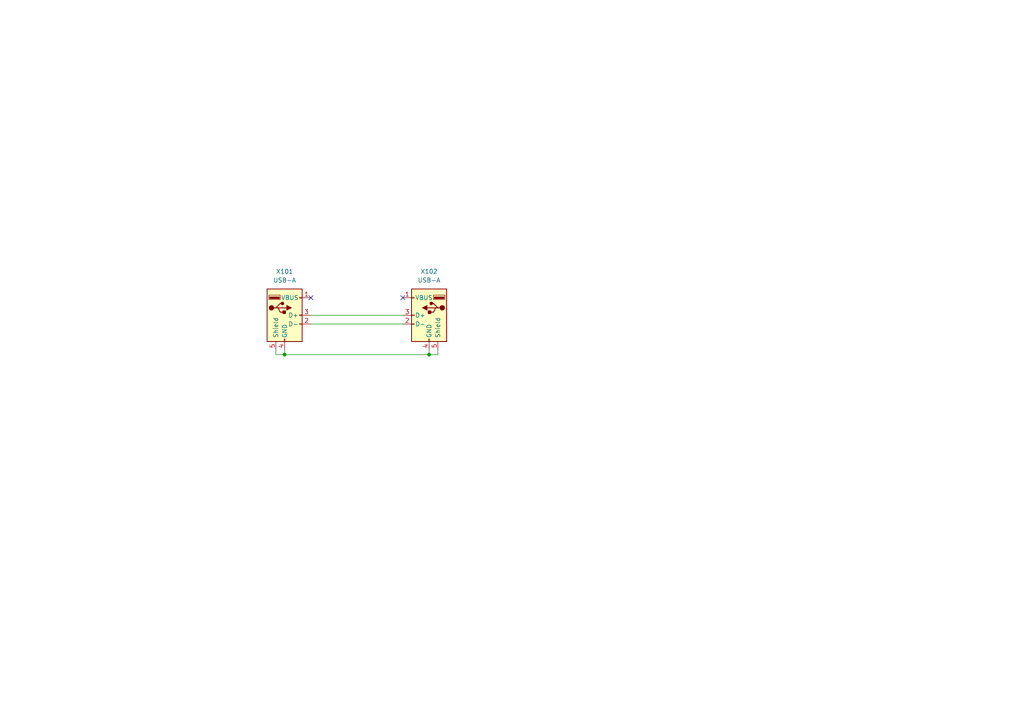
<source format=kicad_sch>
(kicad_sch (version 20231120) (generator "eeschema") (generator_version "8.0")
  (paper "A4")
  (title_block (title "USB-ADapter") (date "2024-03-24") (rev "1") (company "Kampis-Elektroecke") (comment 4 "Author: Ing. Daniel Kampert"))
  (lib_symbols
    (symbol "Connector:USB_A" (pin_names (offset 1.016))
      (property "Reference" "J" (at -5.08 11.43 0))
      (property "Value" "USB_A" (at -5.08 8.89 0))
      (symbol "USB_A_0_1"
        (rectangle (start -5.08 -7.62) (end 5.08 7.62) (stroke (width 0.254)) (fill (type background)))
        (circle (center -3.81 2.159) (radius 0.635) (stroke (width 0.254)) (fill (type outline)))
        (rectangle (start -1.524 4.826) (end -4.318 5.334) (fill (type outline)))
        (rectangle (start -1.27 4.572) (end -4.572 5.842))
        (circle (center -0.635 3.429) (radius 0.381) (stroke (width 0.254)) (fill (type outline)))
        (rectangle (start -0.127 -7.62) (end 0.127 -6.858))
        (polyline (pts (xy -3.175 2.159) (xy -2.54 2.159) (xy -1.27 3.429) (xy -0.635 3.429)) (stroke (width 0.254)))
        (polyline (pts (xy -2.54 2.159) (xy -1.905 2.159) (xy -1.27 0.889) (xy 0 0.889)) (stroke (width 0.254)))
        (polyline (pts (xy 0.635 2.794) (xy 0.635 1.524) (xy 1.905 2.159) (xy 0.635 2.794)) (stroke (width 0.254)) (fill (type outline)))
        (rectangle (start 0.254 1.27) (end -0.508 0.508) (stroke (width 0.254)) (fill (type outline)))
        (rectangle (start 5.08 -2.667) (end 4.318 -2.413))
        (rectangle (start 5.08 -0.127) (end 4.318 0.127))
        (rectangle (start 5.08 4.953) (end 4.318 5.207))
      )
      (symbol "USB_A_1_1"
        (polyline (pts (xy -1.905 2.159) (xy 0.635 2.159)) (stroke (width 0.254)))
        (pin power_in line (at 7.62 5.08 180) (length 2.54) (name "VBUS") (number "1"))
        (pin bidirectional line (at 7.62 -2.54 180) (length 2.54) (name "D-") (number "2"))
        (pin bidirectional line (at 7.62 0 180) (length 2.54) (name "D+") (number "3"))
        (pin power_in line (at 0 -10.16 90) (length 2.54) (name "GND") (number "4"))
        (pin passive line (at -2.54 -10.16 90) (length 2.54) (name "Shield") (number "5"))
      )
    )
  )
  (junction (at 82.55 102.87))
  (junction (at 124.46 102.87))
  (no_connect (at 116.84 86.36))
  (no_connect (at 90.17 86.36))
  (wire (pts (xy 90.17 93.98) (xy 116.84 93.98)))
  (wire (pts (xy 80.01 101.6) (xy 80.01 102.87)))
  (wire (pts (xy 82.55 102.87) (xy 124.46 102.87)))
  (wire (pts (xy 90.17 91.44) (xy 116.84 91.44)))
  (wire (pts (xy 124.46 102.87) (xy 127 102.87)))
  (wire (pts (xy 127 102.87) (xy 127 101.6)))
  (wire (pts (xy 80.01 102.87) (xy 82.55 102.87)))
  (wire (pts (xy 124.46 102.87) (xy 124.46 101.6)))
  (wire (pts (xy 82.55 102.87) (xy 82.55 101.6)))
  (symbol (lib_id "Connector:USB_A") (at 124.46 91.44 0) (mirror y) (unit 1)
    (property "Reference" "X102" (at 124.46 78.74 0))
    (property "Value" "USB-A" (at 124.46 81.28 0))
    (property "Footprint" "Connector_USB:USB_A_Molex_67643_Horizontal" (effects (hide yes)))
    (property "Datasheet" "https://www.molex.com/en-us/products/part-detail/676430910?display=pdf" (effects (hide yes)))
    (property "Mfr." "Molex" (effects (hide yes)))
    (property "Mfr. No." "67643-0910" (effects (hide yes)))
    (property "Distributor" "Mouser" (effects (hide yes)))
    (property "Order Number" "538-67643-0910" (effects (hide yes)))
  )
  (symbol (lib_id "Connector:USB_A") (at 82.55 91.44 0) (unit 1)
    (property "Reference" "X101" (at 82.55 78.74 0))
    (property "Value" "USB-A" (at 82.55 81.28 0))
    (property "Footprint" "USB:USB1061-GF-L-A" (effects (hide yes)))
    (property "Datasheet" "https://www.mouser.de/datasheet/2/837/USB1061-2888336.pdf" (effects (hide yes)))
    (property "Mfr." "GCT" (effects (hide yes)))
    (property "Mfr. No." "USB1061-GF-L-A" (effects (hide yes)))
    (property "Distributor" "Mouser" (effects (hide yes)))
    (property "Order Number" "640-USB1061-GF-L-A" (effects (hide yes)))
  )
)
</source>
